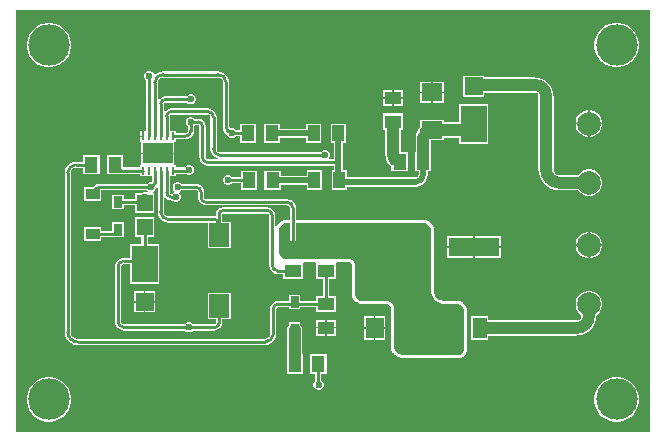
<source format=gtl>
G04*
G04 #@! TF.GenerationSoftware,Altium Limited,Altium Designer,24.2.2 (26)*
G04*
G04 Layer_Physical_Order=1*
G04 Layer_Color=255*
%FSLAX44Y44*%
%MOMM*%
G71*
G04*
G04 #@! TF.SameCoordinates,967F0760-92D6-49E7-A335-9EBDF73BCE5C*
G04*
G04*
G04 #@! TF.FilePolarity,Positive*
G04*
G01*
G75*
%ADD13C,0.2540*%
%ADD17R,1.1901X1.7280*%
%ADD18R,1.0000X1.3995*%
%ADD19R,2.2000X3.1001*%
%ADD20R,1.5240X1.5200*%
%ADD21R,4.3000X1.6000*%
%ADD22R,0.7500X1.0000*%
%ADD23R,1.7000X2.0000*%
%ADD24R,1.1500X0.9500*%
%ADD25R,0.2540X0.7010*%
%ADD26R,2.5000X1.6993*%
%ADD45C,1.0160*%
%ADD46C,0.5080*%
%ADD47R,1.7280X1.4850*%
%ADD48R,1.4850X1.7280*%
%ADD49R,1.1325X1.3770*%
%ADD50R,1.3770X1.1325*%
%ADD51R,1.3500X1.4100*%
%ADD52C,2.0000*%
%ADD53C,0.6000*%
%ADD54C,3.5000*%
G36*
X538981Y2039D02*
X2039D01*
Y359403D01*
X538981D01*
Y2039D01*
D02*
G37*
%LPC*%
G36*
X512489Y348770D02*
X508791D01*
X505165Y348049D01*
X501749Y346634D01*
X498675Y344580D01*
X496060Y341965D01*
X494006Y338891D01*
X492591Y335475D01*
X491870Y331849D01*
Y328151D01*
X492591Y324525D01*
X494006Y321109D01*
X496060Y318035D01*
X498675Y315420D01*
X501749Y313366D01*
X505165Y311951D01*
X508791Y311230D01*
X512489D01*
X516115Y311951D01*
X519531Y313366D01*
X522605Y315420D01*
X525220Y318035D01*
X527274Y321109D01*
X528689Y324525D01*
X529410Y328151D01*
Y331849D01*
X528689Y335475D01*
X527274Y338891D01*
X525220Y341965D01*
X522605Y344580D01*
X519531Y346634D01*
X516115Y348049D01*
X512489Y348770D01*
D02*
G37*
G36*
X31849D02*
X28151D01*
X24525Y348049D01*
X21109Y346634D01*
X18035Y344580D01*
X15420Y341965D01*
X13366Y338891D01*
X11951Y335475D01*
X11230Y331849D01*
Y328151D01*
X11951Y324525D01*
X13366Y321109D01*
X15420Y318035D01*
X18035Y315420D01*
X21109Y313366D01*
X24525Y311951D01*
X28151Y311230D01*
X31849D01*
X35475Y311951D01*
X38891Y313366D01*
X41965Y315420D01*
X44580Y318035D01*
X46634Y321109D01*
X48049Y324525D01*
X48770Y328151D01*
Y331849D01*
X48049Y335475D01*
X46634Y338891D01*
X44580Y341965D01*
X41965Y344580D01*
X38891Y346634D01*
X35475Y348049D01*
X31849Y348770D01*
D02*
G37*
G36*
X364112Y298749D02*
X354837D01*
Y290689D01*
X364112D01*
Y298749D01*
D02*
G37*
G36*
X353567D02*
X344292D01*
Y290689D01*
X353567D01*
Y298749D01*
D02*
G37*
G36*
X329591Y292077D02*
X322071D01*
Y285779D01*
X329591D01*
Y292077D01*
D02*
G37*
G36*
X320801D02*
X313281D01*
Y285779D01*
X320801D01*
Y292077D01*
D02*
G37*
G36*
X364112Y289419D02*
X354837D01*
Y281359D01*
X364112D01*
Y289419D01*
D02*
G37*
G36*
X353567D02*
X344292D01*
Y281359D01*
X353567D01*
Y289419D01*
D02*
G37*
G36*
X329591Y284509D02*
X322071D01*
Y278211D01*
X329591D01*
Y284509D01*
D02*
G37*
G36*
X320801D02*
X313281D01*
Y278211D01*
X320801D01*
Y284509D01*
D02*
G37*
G36*
X488656Y274820D02*
X487807D01*
Y264185D01*
X498442D01*
Y265034D01*
X497674Y267901D01*
X496190Y270470D01*
X494092Y272569D01*
X491522Y274052D01*
X488656Y274820D01*
D02*
G37*
G36*
X486537D02*
X485688D01*
X482822Y274052D01*
X480252Y272569D01*
X478154Y270470D01*
X476670Y267901D01*
X475902Y265034D01*
Y264185D01*
X486537D01*
Y274820D01*
D02*
G37*
G36*
X260435Y263538D02*
X247895D01*
Y259155D01*
X225721D01*
Y263425D01*
X211855D01*
Y247115D01*
X225721D01*
Y251385D01*
X247895D01*
Y247002D01*
X260435D01*
Y263538D01*
D02*
G37*
G36*
X109039Y257505D02*
X107134D01*
Y253365D01*
X109039D01*
Y257505D01*
D02*
G37*
G36*
X498442Y262915D02*
X487807D01*
Y252280D01*
X488656D01*
X491522Y253048D01*
X494092Y254532D01*
X496190Y256630D01*
X497674Y259200D01*
X498442Y262067D01*
Y262915D01*
D02*
G37*
G36*
X486537D02*
X475902D01*
Y262067D01*
X476670Y259200D01*
X478154Y256630D01*
X480252Y254532D01*
X482822Y253048D01*
X485688Y252280D01*
X486537D01*
Y262915D01*
D02*
G37*
G36*
X115911Y307800D02*
X114213D01*
X112643Y307150D01*
X111442Y305949D01*
X110792Y304379D01*
Y302681D01*
X111442Y301111D01*
X112085Y300468D01*
Y257505D01*
X110309D01*
Y252730D01*
X109674D01*
Y252095D01*
X107134D01*
Y247955D01*
X108404D01*
Y238887D01*
X122174D01*
X135944D01*
Y247955D01*
X137214D01*
Y250140D01*
X145542D01*
Y250129D01*
X147399Y250373D01*
X149129Y251090D01*
X150614Y252230D01*
X151754Y253715D01*
X152471Y255445D01*
X152715Y257302D01*
X152704D01*
Y261707D01*
X153385Y262388D01*
X156662D01*
Y262368D01*
X157191Y262149D01*
X157410Y261620D01*
X157430D01*
Y234950D01*
X157421D01*
X157656Y233160D01*
X158348Y231491D01*
X159447Y230059D01*
X160879Y228960D01*
X162548Y228269D01*
X164338Y228033D01*
Y228042D01*
X271286D01*
Y223914D01*
X269574D01*
Y207378D01*
X282114D01*
Y210237D01*
X340614D01*
Y210225D01*
X343257Y210573D01*
X345721Y211593D01*
X347836Y213216D01*
X349459Y215331D01*
X350479Y217794D01*
X350827Y220438D01*
X350814D01*
Y223047D01*
X353862D01*
Y239357D01*
X353404D01*
Y249507D01*
X364112D01*
Y251728D01*
X377492D01*
Y246438D01*
X402032D01*
Y279979D01*
X377492D01*
Y264676D01*
X364112D01*
Y266897D01*
X344292D01*
Y260392D01*
X342303Y257800D01*
X340930Y254486D01*
X340476Y251032D01*
X340455Y250930D01*
Y239357D01*
X339997D01*
Y223047D01*
X343045D01*
Y220438D01*
X343039D01*
X342855Y219510D01*
X342329Y218723D01*
X341542Y218197D01*
X340614Y218012D01*
Y218007D01*
X282114D01*
Y223914D01*
X279056D01*
Y231140D01*
Y247002D01*
X281441D01*
Y263538D01*
X268901D01*
Y247002D01*
X271286D01*
Y233222D01*
X267726D01*
X267200Y234492D01*
X267272Y234563D01*
X267922Y236133D01*
Y237831D01*
X267272Y239401D01*
X266071Y240602D01*
X264501Y241252D01*
X262803D01*
X261233Y240602D01*
X260203Y239572D01*
X174244D01*
Y239607D01*
X173402Y239774D01*
X172687Y240252D01*
X172210Y240966D01*
X172043Y241808D01*
X172008D01*
Y269240D01*
X172019D01*
X171775Y271097D01*
X171058Y272827D01*
X169918Y274312D01*
X168433Y275452D01*
X166703Y276169D01*
X164846Y276413D01*
Y276402D01*
X133604D01*
Y276479D01*
X131080Y275977D01*
X128940Y274547D01*
X128574Y273999D01*
X127304Y274384D01*
Y280162D01*
X127298Y280190D01*
X127649Y281037D01*
X128496Y281388D01*
X128524Y281382D01*
X146665D01*
X147695Y280352D01*
X149265Y279702D01*
X150963D01*
X152533Y280352D01*
X153734Y281553D01*
X154384Y283123D01*
Y284821D01*
X153734Y286391D01*
X152533Y287592D01*
X150963Y288242D01*
X149265D01*
X147695Y287592D01*
X146665Y286562D01*
X128524D01*
Y286636D01*
X126046Y286144D01*
X123946Y284740D01*
X123534Y284123D01*
X122264Y284509D01*
Y298236D01*
X122262Y298246D01*
X122582Y299856D01*
X123499Y301229D01*
X124872Y302146D01*
X126482Y302466D01*
X126492Y302464D01*
X173482D01*
Y302464D01*
X175018Y302159D01*
X176320Y301288D01*
X177191Y299986D01*
X177496Y298450D01*
X177496D01*
Y260350D01*
X177480D01*
X177742Y258361D01*
X178510Y256507D01*
X179731Y254915D01*
X181138Y253836D01*
X181546Y252851D01*
X182747Y251650D01*
X184317Y251000D01*
X186015D01*
X187585Y251650D01*
X188615Y252680D01*
X191855D01*
Y247115D01*
X205721D01*
Y263425D01*
X191855D01*
Y257860D01*
X188615D01*
X187585Y258890D01*
X186015Y259540D01*
X184317D01*
X184097Y259449D01*
X182725Y260255D01*
X182706Y260350D01*
X182676D01*
Y298450D01*
X182705D01*
X182391Y300837D01*
X181469Y303061D01*
X180004Y304972D01*
X178093Y306437D01*
X175869Y307359D01*
X173482Y307673D01*
Y307644D01*
X126492D01*
Y307675D01*
X124049Y307353D01*
X121773Y306410D01*
X120325Y305300D01*
X118967Y305542D01*
X118798Y305668D01*
X118682Y305949D01*
X117481Y307150D01*
X115911Y307800D01*
D02*
G37*
G36*
X135944Y237617D02*
X122174D01*
X108404D01*
Y228549D01*
X107134D01*
Y226364D01*
X92879D01*
Y236755D01*
X79013D01*
Y220445D01*
X92879D01*
Y221184D01*
X107134D01*
Y218999D01*
X117084D01*
Y214074D01*
X115737D01*
X114167Y213424D01*
X113137Y212394D01*
X73246D01*
Y212419D01*
X70967Y212119D01*
X68843Y211240D01*
X67020Y209840D01*
X66861Y209634D01*
X60036D01*
Y197594D01*
X74076D01*
Y207214D01*
X113137D01*
X114167Y206184D01*
X113636Y205056D01*
X112101Y205692D01*
X110403D01*
X108833Y205042D01*
X108199Y204408D01*
X102978D01*
Y199736D01*
X93666D01*
Y203416D01*
X83626D01*
Y190876D01*
X93666D01*
Y194556D01*
X102978D01*
Y187768D01*
X119018D01*
Y204408D01*
X118036D01*
X117783Y205678D01*
X119005Y206184D01*
X120206Y207385D01*
X120856Y208955D01*
X121557Y208896D01*
X122083Y208703D01*
Y188763D01*
X122056D01*
X122363Y186432D01*
X123263Y184259D01*
X124694Y182393D01*
X126560Y180962D01*
X128733Y180062D01*
X131064Y179755D01*
Y179782D01*
X164474D01*
Y157922D01*
X184014D01*
Y180462D01*
X176580D01*
Y186690D01*
X176605D01*
X176806Y187176D01*
X177292Y187377D01*
Y187402D01*
X214884D01*
Y187357D01*
X215528Y187229D01*
X216074Y186864D01*
X216439Y186318D01*
X216567Y185674D01*
X216612D01*
Y143256D01*
X216603D01*
X216838Y141470D01*
X217528Y139805D01*
X218624Y138376D01*
X220054Y137279D01*
X221718Y136589D01*
X223505Y136354D01*
Y136363D01*
X228533D01*
Y132021D01*
X244843D01*
Y145886D01*
X245855Y146508D01*
X255460D01*
X256473Y145886D01*
X256473Y145238D01*
Y132021D01*
X262038D01*
Y117626D01*
X256473D01*
Y113283D01*
X242978D01*
Y118689D01*
X232938D01*
Y113334D01*
X224282D01*
Y113343D01*
X222492Y113108D01*
X220823Y112416D01*
X219391Y111317D01*
X218291Y109885D01*
X217600Y108216D01*
X217365Y106426D01*
X217374D01*
Y85344D01*
X217374D01*
X217069Y83808D01*
X216198Y82506D01*
X214896Y81635D01*
X213360Y81330D01*
Y81330D01*
X54356D01*
X54269Y81312D01*
X52126Y81739D01*
X50236Y83002D01*
X48973Y84892D01*
X48546Y87035D01*
X48564Y87122D01*
Y221742D01*
X48561Y221754D01*
X48884Y223377D01*
X49810Y224764D01*
X51197Y225690D01*
X52820Y226013D01*
X52832Y226010D01*
X59013D01*
Y220445D01*
X72879D01*
Y236755D01*
X59013D01*
Y231190D01*
X52832D01*
Y231221D01*
X50379Y230898D01*
X48092Y229951D01*
X46129Y228445D01*
X44623Y226481D01*
X43676Y224195D01*
X43353Y221742D01*
X43384D01*
Y87122D01*
X43340D01*
X43715Y84271D01*
X44816Y81614D01*
X46566Y79332D01*
X48848Y77582D01*
X51505Y76481D01*
X54356Y76106D01*
Y76150D01*
X213360D01*
Y76121D01*
X215747Y76435D01*
X217971Y77357D01*
X219882Y78822D01*
X221347Y80733D01*
X222269Y82957D01*
X222583Y85344D01*
X222554D01*
Y106426D01*
X222599D01*
X222727Y107070D01*
X223092Y107616D01*
X223638Y107981D01*
X224282Y108109D01*
Y108154D01*
X232938D01*
Y106149D01*
X242978D01*
Y108103D01*
X256473D01*
Y103760D01*
X272783D01*
Y117626D01*
X267218D01*
Y132021D01*
X272783D01*
Y145238D01*
X272783Y145886D01*
X273795Y146508D01*
X283845D01*
X284327Y146461D01*
X285327Y146046D01*
X286000Y145373D01*
X286415Y144373D01*
X286462Y143891D01*
Y118625D01*
X286659Y117634D01*
X287626Y115300D01*
X288188Y114460D01*
X289974Y112674D01*
X290814Y112112D01*
X293148Y111145D01*
X294139Y110948D01*
X315595Y110948D01*
X316325Y110876D01*
X317783Y110273D01*
X318807Y109249D01*
X319410Y107791D01*
X319482Y107061D01*
Y75438D01*
X319482Y74688D01*
X319532Y74437D01*
X319532Y74182D01*
X319825Y72710D01*
X319922Y72474D01*
X319972Y72224D01*
X320546Y70837D01*
X320688Y70625D01*
X320786Y70390D01*
X321620Y69142D01*
X321800Y68961D01*
X321942Y68749D01*
X323003Y67688D01*
X323215Y67546D01*
X323396Y67366D01*
X324644Y66532D01*
X324879Y66434D01*
X325092Y66292D01*
X326478Y65718D01*
X326729Y65668D01*
X326964Y65571D01*
X328436Y65278D01*
X328691Y65278D01*
X328942Y65228D01*
X329692Y65228D01*
X376682D01*
X377692Y65228D01*
X378684Y65425D01*
X380551Y66199D01*
X381391Y66760D01*
X382820Y68189D01*
X383381Y69029D01*
X383381Y69029D01*
X384155Y70896D01*
X384155Y70897D01*
X384352Y71887D01*
X384352Y72898D01*
X384352Y72898D01*
Y100838D01*
X384352Y104648D01*
X384352Y105911D01*
X384263Y106359D01*
X384155Y106902D01*
X384155Y106902D01*
X383188Y109236D01*
X382626Y110076D01*
X380840Y111863D01*
X380526Y112072D01*
X380000Y112424D01*
X380000Y112424D01*
X377666Y113390D01*
X377666Y113390D01*
X376675Y113587D01*
X375412Y113587D01*
X375412Y113587D01*
X364045Y113588D01*
X363304Y113624D01*
X361788Y113926D01*
X360419Y114493D01*
X359188Y115316D01*
X358140Y116363D01*
X357317Y117595D01*
X356750Y118964D01*
X356448Y120480D01*
X356412Y121222D01*
X356412Y171958D01*
X356412Y172708D01*
X356362Y172959D01*
X356362Y173214D01*
X356069Y174686D01*
X355972Y174922D01*
X355922Y175172D01*
X355347Y176558D01*
X355206Y176771D01*
X355108Y177006D01*
X354274Y178254D01*
X354094Y178435D01*
X353952Y178647D01*
X352891Y179708D01*
X352678Y179850D01*
X352498Y180030D01*
X351250Y180864D01*
X351014Y180962D01*
X350802Y181103D01*
X349415Y181678D01*
X349165Y181727D01*
X348929Y181825D01*
X347890Y182032D01*
X347728Y182032D01*
X347573Y182075D01*
X346397Y182160D01*
X346302Y182149D01*
X346209Y182167D01*
X346204D01*
X346201Y182168D01*
X239277Y182168D01*
Y192064D01*
X239291D01*
X239039Y193977D01*
X238301Y195759D01*
X237127Y197289D01*
X235597Y198463D01*
X233814Y199202D01*
X231902Y199453D01*
Y199440D01*
X163068D01*
Y199485D01*
X162424Y199613D01*
X161878Y199978D01*
X161513Y200524D01*
X161385Y201168D01*
X161340D01*
Y205486D01*
X161349D01*
X161113Y207276D01*
X160422Y208945D01*
X159323Y210377D01*
X157891Y211476D01*
X156222Y212167D01*
X154432Y212403D01*
Y212394D01*
X142387D01*
X141357Y213424D01*
X139787Y214074D01*
X138089D01*
X136519Y213424D01*
X135318Y212223D01*
X134668Y210653D01*
Y208955D01*
X135318Y207385D01*
X135908Y206795D01*
X135611Y205297D01*
X134995Y205042D01*
X133965Y204012D01*
X133604D01*
X133560Y204003D01*
X132638Y204385D01*
X132256Y205308D01*
X132264Y205351D01*
Y218999D01*
X137214D01*
Y221184D01*
X145903D01*
X146425Y220662D01*
X147995Y220012D01*
X149693D01*
X151263Y220662D01*
X152464Y221863D01*
X153114Y223433D01*
Y225131D01*
X152464Y226701D01*
X151263Y227902D01*
X149693Y228552D01*
X147995D01*
X146425Y227902D01*
X145224Y226701D01*
X145084Y226364D01*
X137214D01*
Y228549D01*
X135944D01*
Y237617D01*
D02*
G37*
G36*
X329591Y272077D02*
X313281D01*
Y258211D01*
X314961D01*
Y236696D01*
X315027Y236366D01*
X315391Y233604D01*
X316584Y230723D01*
X318482Y228249D01*
X319997Y227087D01*
Y223047D01*
X333862D01*
Y239357D01*
X327910D01*
Y258211D01*
X329591D01*
Y272077D01*
D02*
G37*
G36*
X261108Y223914D02*
X248568D01*
Y219531D01*
X226394D01*
Y223801D01*
X212528D01*
Y207491D01*
X226394D01*
Y211761D01*
X248568D01*
Y207378D01*
X261108D01*
Y223914D01*
D02*
G37*
G36*
X206394Y223801D02*
X192528D01*
Y218236D01*
X185313D01*
X184283Y219266D01*
X182713Y219916D01*
X181015D01*
X179445Y219266D01*
X178244Y218065D01*
X177594Y216495D01*
Y214797D01*
X178244Y213227D01*
X179445Y212026D01*
X181015Y211376D01*
X182713D01*
X184283Y212026D01*
X185313Y213056D01*
X192528D01*
Y207491D01*
X206394D01*
Y223801D01*
D02*
G37*
G36*
X398652Y304077D02*
X380872D01*
Y286338D01*
X398652D01*
Y289690D01*
X441960D01*
X442072Y289712D01*
X442901Y289547D01*
X443700Y289014D01*
X444233Y288216D01*
X444398Y287386D01*
X444376Y287274D01*
Y225044D01*
X444450Y224669D01*
X444759Y221529D01*
X445785Y218148D01*
X447450Y215033D01*
X449691Y212302D01*
X452421Y210062D01*
X455537Y208396D01*
X458917Y207371D01*
X462057Y207062D01*
X462432Y206987D01*
X477896D01*
X478154Y206542D01*
X480252Y204443D01*
X482822Y202960D01*
X485688Y202192D01*
X488656D01*
X491522Y202960D01*
X494092Y204443D01*
X496190Y206542D01*
X497674Y209111D01*
X498442Y211978D01*
Y214945D01*
X497674Y217812D01*
X496190Y220382D01*
X494092Y222480D01*
X491522Y223964D01*
X488656Y224732D01*
X485688D01*
X482822Y223964D01*
X480252Y222480D01*
X478154Y220382D01*
X477896Y219936D01*
X462432D01*
X462188Y219887D01*
X460440Y220235D01*
X458752Y221363D01*
X457623Y223052D01*
X457276Y224799D01*
X457324Y225044D01*
Y287274D01*
X457224Y287779D01*
X456979Y290262D01*
X456108Y293134D01*
X454693Y295782D01*
X452789Y298102D01*
X450468Y300007D01*
X447820Y301422D01*
X444948Y302293D01*
X442465Y302538D01*
X441960Y302638D01*
X398652D01*
Y304077D01*
D02*
G37*
G36*
X93666Y179964D02*
X83626D01*
Y172356D01*
X74076D01*
Y175786D01*
X60036D01*
Y163746D01*
X74076D01*
Y167176D01*
X84718D01*
Y167099D01*
X86351Y167424D01*
X93666D01*
Y179964D01*
D02*
G37*
G36*
X488656Y172052D02*
X487807D01*
Y161417D01*
X498442D01*
Y162266D01*
X497674Y165132D01*
X496190Y167702D01*
X494092Y169800D01*
X491522Y171284D01*
X488656Y172052D01*
D02*
G37*
G36*
X486537D02*
X485688D01*
X482822Y171284D01*
X480252Y169800D01*
X478154Y167702D01*
X476670Y165132D01*
X475902Y162266D01*
Y161417D01*
X486537D01*
Y172052D01*
D02*
G37*
G36*
X412568Y168383D02*
X390433D01*
Y159748D01*
X412568D01*
Y168383D01*
D02*
G37*
G36*
X389163D02*
X367028D01*
Y159748D01*
X389163D01*
Y168383D01*
D02*
G37*
G36*
X412568Y158478D02*
X390433D01*
Y149843D01*
X412568D01*
Y158478D01*
D02*
G37*
G36*
X389163D02*
X367028D01*
Y149843D01*
X389163D01*
Y158478D01*
D02*
G37*
G36*
X119018Y184408D02*
X102978D01*
Y167768D01*
X108408D01*
Y161294D01*
X98728D01*
Y149656D01*
X93472D01*
Y149672D01*
X91483Y149410D01*
X89629Y148642D01*
X88037Y147421D01*
X86816Y145829D01*
X86048Y143975D01*
X85786Y141986D01*
X85802D01*
Y96520D01*
X85782D01*
X86061Y94398D01*
X86880Y92421D01*
X88183Y90723D01*
X89881Y89420D01*
X91858Y88601D01*
X93980Y88322D01*
Y88342D01*
X145395D01*
X146425Y87312D01*
X147995Y86662D01*
X149693D01*
X151263Y87312D01*
X152293Y88342D01*
X170180D01*
Y88335D01*
X171904Y88562D01*
X173510Y89227D01*
X174890Y90286D01*
X175949Y91665D01*
X176614Y93272D01*
X176841Y94996D01*
X176834D01*
Y97922D01*
X184014D01*
Y120462D01*
X164474D01*
Y97922D01*
X171654D01*
Y94996D01*
X171667Y94934D01*
X171249Y93927D01*
X170242Y93510D01*
X170180Y93522D01*
X152293D01*
X151263Y94552D01*
X149693Y95202D01*
X147995D01*
X146425Y94552D01*
X145395Y93522D01*
X93980D01*
Y93542D01*
X92840Y93769D01*
X91874Y94414D01*
X91229Y95380D01*
X91002Y96520D01*
X90982D01*
Y141986D01*
X91012D01*
X91199Y142928D01*
X91732Y143726D01*
X92530Y144259D01*
X93472Y144446D01*
Y144476D01*
X98728D01*
Y127753D01*
X123268D01*
Y161294D01*
X113588D01*
Y167768D01*
X119018D01*
Y184408D01*
D02*
G37*
G36*
X498442Y160147D02*
X487807D01*
Y149512D01*
X488656D01*
X491522Y150280D01*
X494092Y151764D01*
X496190Y153862D01*
X497674Y156432D01*
X498442Y159298D01*
Y160147D01*
D02*
G37*
G36*
X486537D02*
X475902D01*
Y159298D01*
X476670Y156432D01*
X478154Y153862D01*
X480252Y151764D01*
X482822Y150280D01*
X485688Y149512D01*
X486537D01*
Y160147D01*
D02*
G37*
G36*
X119888Y121395D02*
X111633D01*
Y113160D01*
X119888D01*
Y121395D01*
D02*
G37*
G36*
X110363D02*
X102108D01*
Y113160D01*
X110363D01*
Y121395D01*
D02*
G37*
G36*
X119888Y111889D02*
X111633D01*
Y103655D01*
X119888D01*
Y111889D01*
D02*
G37*
G36*
X110363D02*
X102108D01*
Y103655D01*
X110363D01*
Y111889D01*
D02*
G37*
G36*
X488656Y121963D02*
X485688D01*
X482822Y121195D01*
X480252Y119711D01*
X478154Y117613D01*
X476670Y115043D01*
X475902Y112177D01*
Y109209D01*
X476670Y106343D01*
X478154Y103773D01*
X480252Y101675D01*
X480698Y101418D01*
Y100693D01*
X480732Y100518D01*
X480481Y99256D01*
X479667Y98038D01*
X478449Y97224D01*
X477187Y96973D01*
X477012Y97008D01*
X401868D01*
Y100443D01*
X387427D01*
Y80623D01*
X401868D01*
Y84059D01*
X477012D01*
X477455Y84147D01*
X480248Y84422D01*
X483361Y85366D01*
X486229Y86899D01*
X488743Y88962D01*
X490806Y91476D01*
X492339Y94345D01*
X493283Y97457D01*
X493558Y100250D01*
X493646Y100693D01*
Y101418D01*
X494092Y101675D01*
X496190Y103773D01*
X497674Y106343D01*
X498442Y109209D01*
Y112177D01*
X497674Y115043D01*
X496190Y117613D01*
X494092Y119711D01*
X491522Y121195D01*
X488656Y121963D01*
D02*
G37*
G36*
X272783Y97626D02*
X265263D01*
Y91328D01*
X272783D01*
Y97626D01*
D02*
G37*
G36*
X263993D02*
X256473D01*
Y91328D01*
X263993D01*
Y97626D01*
D02*
G37*
G36*
X314547Y100443D02*
X306487D01*
Y91168D01*
X314547D01*
Y100443D01*
D02*
G37*
G36*
X305217D02*
X297157D01*
Y91168D01*
X305217D01*
Y100443D01*
D02*
G37*
G36*
X272783Y90058D02*
X265263D01*
Y83761D01*
X272783D01*
Y90058D01*
D02*
G37*
G36*
X263993D02*
X256473D01*
Y83761D01*
X263993D01*
Y90058D01*
D02*
G37*
G36*
X314547Y89898D02*
X306487D01*
Y80623D01*
X314547D01*
Y89898D01*
D02*
G37*
G36*
X305217D02*
X297157D01*
Y80623D01*
X305217D01*
Y89898D01*
D02*
G37*
G36*
X237958Y95442D02*
X236930Y95237D01*
X232938D01*
Y92884D01*
X231976Y91445D01*
X231483Y88967D01*
Y68208D01*
X231185D01*
Y51898D01*
X245050D01*
Y68208D01*
X244432D01*
Y88967D01*
X243939Y91445D01*
X242978Y92884D01*
Y95237D01*
X238985D01*
X237958Y95442D01*
D02*
G37*
G36*
X265050Y68208D02*
X251185D01*
Y51898D01*
X255528D01*
Y45562D01*
X254658Y44692D01*
X254008Y43123D01*
Y41424D01*
X254658Y39855D01*
X255859Y38653D01*
X257428Y38003D01*
X259127D01*
X260697Y38653D01*
X261898Y39855D01*
X262548Y41424D01*
Y43123D01*
X261898Y44692D01*
X260707Y45882D01*
Y51898D01*
X265050D01*
Y68208D01*
D02*
G37*
G36*
X512489Y48770D02*
X508791D01*
X505165Y48049D01*
X501749Y46634D01*
X498675Y44580D01*
X496060Y41965D01*
X494006Y38891D01*
X492591Y35475D01*
X491870Y31849D01*
Y28151D01*
X492591Y24525D01*
X494006Y21109D01*
X496060Y18035D01*
X498675Y15420D01*
X501749Y13366D01*
X505165Y11951D01*
X508791Y11230D01*
X512489D01*
X516115Y11951D01*
X519531Y13366D01*
X522605Y15420D01*
X525220Y18035D01*
X527274Y21109D01*
X528689Y24525D01*
X529410Y28151D01*
Y31849D01*
X528689Y35475D01*
X527274Y38891D01*
X525220Y41965D01*
X522605Y44580D01*
X519531Y46634D01*
X516115Y48049D01*
X512489Y48770D01*
D02*
G37*
G36*
X31849D02*
X28151D01*
X24525Y48049D01*
X21109Y46634D01*
X18035Y44580D01*
X15420Y41965D01*
X13366Y38891D01*
X11951Y35475D01*
X11230Y31849D01*
Y28151D01*
X11951Y24525D01*
X13366Y21109D01*
X15420Y18035D01*
X18035Y15420D01*
X21109Y13366D01*
X24525Y11951D01*
X28151Y11230D01*
X31849D01*
X35475Y11951D01*
X38891Y13366D01*
X41965Y15420D01*
X44580Y18035D01*
X46634Y21109D01*
X48049Y24525D01*
X48770Y28151D01*
Y31849D01*
X48049Y35475D01*
X46634Y38891D01*
X44580Y41965D01*
X41965Y44580D01*
X38891Y46634D01*
X35475Y48049D01*
X31849Y48770D01*
D02*
G37*
%LPD*%
G36*
X133604Y271222D02*
X164846D01*
Y271182D01*
X165589Y271035D01*
X166219Y270613D01*
X166640Y269983D01*
X166788Y269240D01*
X166828D01*
Y241808D01*
X166814D01*
X167068Y239885D01*
X167810Y238093D01*
X168990Y236555D01*
X170529Y235374D01*
X172321Y234632D01*
X173383Y234492D01*
X173300Y233222D01*
X164338D01*
Y233267D01*
X163694Y233395D01*
X163148Y233760D01*
X162783Y234306D01*
X162655Y234950D01*
X162610D01*
Y261620D01*
X162675D01*
X162218Y263921D01*
X160914Y265872D01*
X158963Y267176D01*
X156662Y267633D01*
Y267568D01*
X153385D01*
X152355Y268598D01*
X150786Y269248D01*
X149087D01*
X147518Y268598D01*
X146317Y267397D01*
X145667Y265827D01*
Y264129D01*
X146317Y262559D01*
X147518Y261358D01*
X147524Y261355D01*
Y257302D01*
X147484D01*
X147337Y256559D01*
X146915Y255929D01*
X146285Y255508D01*
X145542Y255360D01*
Y255320D01*
X137214D01*
Y257505D01*
X132264D01*
Y269883D01*
X132256Y269926D01*
X132638Y270849D01*
X133560Y271231D01*
X133604Y271222D01*
D02*
G37*
G36*
X154432Y207169D02*
X155076Y207041D01*
X155622Y206676D01*
X155987Y206130D01*
X156115Y205486D01*
X156160D01*
Y201168D01*
X156151D01*
X156386Y199378D01*
X157078Y197709D01*
X158177Y196277D01*
X159609Y195177D01*
X161278Y194487D01*
X163068Y194251D01*
Y194260D01*
X231902D01*
Y194224D01*
X232729Y194060D01*
X233430Y193592D01*
X233898Y192891D01*
X234062Y192064D01*
X234098D01*
Y182168D01*
X231648D01*
X230973Y182168D01*
X230722Y182118D01*
X230467D01*
X229142Y181854D01*
X228907Y181757D01*
X228657Y181707D01*
X227408Y181190D01*
X227196Y181048D01*
X226961Y180951D01*
X225837Y180200D01*
X225657Y180020D01*
X225445Y179878D01*
X224490Y178923D01*
X224348Y178711D01*
X224167Y178531D01*
X223417Y177407D01*
X223319Y177171D01*
X223178Y176959D01*
X223062Y176679D01*
X221792Y176932D01*
Y185674D01*
X221801D01*
X221565Y187464D01*
X220875Y189133D01*
X219775Y190565D01*
X218343Y191665D01*
X216674Y192355D01*
X214884Y192591D01*
Y192582D01*
X177292D01*
Y192647D01*
X175013Y192193D01*
X173080Y190902D01*
X171789Y188969D01*
X171336Y186690D01*
X171336D01*
X171067Y185531D01*
X170434Y185012D01*
X169247Y184962D01*
X131064D01*
Y184966D01*
X129611Y185255D01*
X128379Y186078D01*
X127556Y187310D01*
X127267Y188763D01*
X127263D01*
Y200911D01*
X128533Y201296D01*
X128940Y200687D01*
X131080Y199257D01*
X133604Y198755D01*
Y198755D01*
X134630Y198167D01*
X134995Y197802D01*
X136565Y197152D01*
X138263D01*
X139833Y197802D01*
X141034Y199003D01*
X141684Y200573D01*
Y202271D01*
X141034Y203841D01*
X140443Y204431D01*
X140742Y205929D01*
X141357Y206184D01*
X142387Y207214D01*
X154432D01*
Y207169D01*
D02*
G37*
G36*
X346202Y179578D02*
X346202Y179578D01*
X346209D01*
X347385Y179492D01*
X348424Y179285D01*
X349811Y178711D01*
X351059Y177877D01*
X352121Y176815D01*
X352955Y175567D01*
X353529Y174181D01*
X353822Y172708D01*
X353822Y171958D01*
X353822Y121158D01*
X353871Y120162D01*
X354259Y118209D01*
X355022Y116369D01*
X356128Y114712D01*
X357537Y113304D01*
X359193Y112198D01*
X361033Y111435D01*
X362986Y111047D01*
X363982Y110998D01*
X375412Y110997D01*
X375412Y110997D01*
X375412Y110997D01*
X376675Y110998D01*
X379009Y110031D01*
X380795Y108245D01*
X381762Y105911D01*
X381762Y104648D01*
X381762Y100838D01*
Y72898D01*
X381762Y72898D01*
X381762Y71887D01*
X380989Y70020D01*
X379560Y68591D01*
X377692Y67818D01*
X376682Y67818D01*
X329692D01*
X328941Y67818D01*
X327469Y68111D01*
X326082Y68685D01*
X324834Y69519D01*
X323773Y70580D01*
X322939Y71828D01*
X322365Y73215D01*
X322072Y74688D01*
X322072Y75438D01*
Y107188D01*
X322072D01*
X322072Y107188D01*
X321950Y108427D01*
X321002Y110716D01*
X319250Y112468D01*
X316961Y113416D01*
X315722Y113538D01*
X294139Y113538D01*
X291805Y114505D01*
X290019Y116291D01*
X289052Y118625D01*
Y144018D01*
X288954Y145009D01*
X288196Y146840D01*
X286794Y148242D01*
X284963Y149000D01*
X283972Y149098D01*
X231140D01*
X229877Y149098D01*
X227543Y150065D01*
X225757Y151851D01*
X224790Y154185D01*
X224790Y155448D01*
X224790Y172720D01*
X224790Y172720D01*
X224790Y172720D01*
X224891Y173903D01*
X225053Y174720D01*
X225570Y175968D01*
X226321Y177092D01*
X227276Y178047D01*
X228399Y178797D01*
X229648Y179314D01*
X230972Y179578D01*
X231648Y179578D01*
X234098D01*
Y158953D01*
X234295Y157962D01*
X234856Y157122D01*
X235697Y156561D01*
X236688Y156363D01*
X237679Y156561D01*
X238519Y157122D01*
X239080Y157962D01*
X239277Y158953D01*
Y179578D01*
X346201Y179578D01*
X346202Y179578D01*
D02*
G37*
D13*
X45974Y87122D02*
G03*
X54356Y78740I8382J0D01*
G01*
X213360D02*
G03*
X219964Y85344I0J6604D01*
G01*
X52832Y228600D02*
G03*
X45974Y221742I0J-6858D01*
G01*
X116586Y209804D02*
G03*
X119674Y212892I0J3088D01*
G01*
X73246Y209804D02*
G03*
X67056Y203614I0J-6190D01*
G01*
X85946Y228600D02*
G03*
X90772Y223774I4826J0D01*
G01*
X224282Y110744D02*
G03*
X219964Y106426I0J-4318D01*
G01*
X170180Y90932D02*
G03*
X174244Y94996I0J4064D01*
G01*
X110998Y144523D02*
G03*
X108455Y147066I-2542J0D01*
G01*
X93472D02*
G03*
X88392Y141986I0J-5080D01*
G01*
Y96520D02*
G03*
X93980Y90932I5588J0D01*
G01*
X84718Y169766D02*
G03*
X88646Y173694I0J3928D01*
G01*
X110998Y196088D02*
G03*
X109940Y197146I-1058J0D01*
G01*
X274663Y230632D02*
G03*
X275171Y231140I0J508D01*
G01*
X160020Y234950D02*
G03*
X164338Y230632I4318J0D01*
G01*
X160020Y261620D02*
G03*
X156662Y264978I-3358J0D01*
G01*
X169418Y241808D02*
G03*
X174244Y236982I4826J0D01*
G01*
X169418Y269240D02*
G03*
X164846Y273812I-4572J0D01*
G01*
X133604D02*
G03*
X129675Y269883I0J-3929D01*
G01*
X158750Y205486D02*
G03*
X154432Y209804I-4318J0D01*
G01*
X158750Y201168D02*
G03*
X163068Y196850I4318J0D01*
G01*
X236688Y192064D02*
G03*
X231902Y196850I-4786J0D01*
G01*
X124673Y188763D02*
G03*
X131064Y182372I6391J0D01*
G01*
X172974Y179832D02*
G03*
X170434Y182372I-2540J0D01*
G01*
X173990Y169446D02*
G03*
X174244Y169192I254J0D01*
G01*
X172974Y170462D02*
G03*
X174244Y169192I1270J0D01*
G01*
X177292Y189992D02*
G03*
X173990Y186690I0J-3302D01*
G01*
X219202Y185674D02*
G03*
X214884Y189992I-4318J0D01*
G01*
X219202Y143256D02*
G03*
X223505Y138953I4303J0D01*
G01*
X180086Y260350D02*
G03*
X185166Y255270I5080J0D01*
G01*
X115062Y303530D02*
G03*
X114675Y302194I2153J-1348D01*
G01*
X126492Y305054D02*
G03*
X119674Y298236I0J-6818D01*
G01*
X180086Y298450D02*
G03*
X173482Y305054I-6604J0D01*
G01*
X129675Y205351D02*
G03*
X133604Y201422I3929J0D01*
G01*
X148336Y223774D02*
G03*
X148844Y224282I0J508D01*
G01*
X128524Y283972D02*
G03*
X124714Y280162I0J-3810D01*
G01*
X145542Y252730D02*
G03*
X150114Y257302I0J4572D01*
G01*
X54356Y78740D02*
X213360D01*
X219964Y85344D02*
Y106426D01*
X45974Y87122D02*
Y221742D01*
X52832Y228600D02*
X65946D01*
X73246Y209804D02*
X116586D01*
X138938D02*
X154432D01*
X119674Y212892D02*
Y223774D01*
X90772D02*
X109674D01*
X224282Y110744D02*
X239684D01*
Y110693D02*
Y110744D01*
X93980Y90932D02*
X148844D01*
X170180D01*
X174244Y94996D02*
Y109192D01*
X110998Y144523D02*
Y176088D01*
X93472Y147066D02*
X108455D01*
X88392Y96520D02*
Y141986D01*
X67056Y169766D02*
X84718D01*
X110998Y196088D02*
X111252Y196342D01*
X88646Y197146D02*
X109940D01*
X111252Y196342D02*
Y201422D01*
X164338Y230632D02*
X274663D01*
X160020Y234950D02*
Y261620D01*
X149937Y264922D02*
X150114D01*
X149937Y264978D02*
X156662D01*
X174244Y236982D02*
X263652D01*
X169418Y241808D02*
Y269240D01*
X133604Y273812D02*
X164846D01*
X129675Y252730D02*
Y269883D01*
X163068Y196850D02*
X231902D01*
X158750Y201168D02*
Y205486D01*
X236688Y158953D02*
Y192064D01*
X124673Y188763D02*
Y223774D01*
X173990Y169446D02*
Y186690D01*
X239684Y110693D02*
X264628D01*
X172974Y170462D02*
Y179832D01*
X177292Y189992D02*
X214884D01*
X219202Y143256D02*
Y185674D01*
X223505Y138953D02*
X236688D01*
X264628Y110693D02*
Y138953D01*
X185166Y255270D02*
X198788D01*
X258118Y42273D02*
Y60053D01*
X114675Y252730D02*
Y302194D01*
X115062Y303530D02*
X115062Y303530D01*
X181864Y215646D02*
X199461D01*
X119674Y252730D02*
Y298236D01*
X126492Y305054D02*
X173482D01*
X180086Y260350D02*
Y298450D01*
X133604Y201422D02*
X137414D01*
X129675Y205351D02*
Y223774D01*
X134674D02*
X148336D01*
X131064Y182372D02*
X170434D01*
X124714Y252730D02*
Y280162D01*
X128524Y283972D02*
X150114D01*
X134674Y252730D02*
X145542D01*
X124673D02*
X124714D01*
X149937Y264922D02*
Y264978D01*
X150114Y257302D02*
Y264922D01*
X258118Y42273D02*
X258278D01*
D17*
X394648Y90533D02*
D03*
X365748D02*
D03*
D18*
X275171Y255270D02*
D03*
X254165D02*
D03*
X254838Y215646D02*
D03*
X275844D02*
D03*
D19*
X389762Y263209D02*
D03*
X110998Y144523D02*
D03*
D20*
X389762Y295207D02*
D03*
X110998Y112524D02*
D03*
D21*
X322338Y159113D02*
D03*
X389798D02*
D03*
D22*
X237958Y88967D02*
D03*
Y112419D02*
D03*
X88646Y173694D02*
D03*
Y197146D02*
D03*
D23*
X174244Y109192D02*
D03*
Y169192D02*
D03*
D24*
X67056Y203614D02*
D03*
Y169766D02*
D03*
D25*
X134674Y252730D02*
D03*
X129675D02*
D03*
X124673D02*
D03*
X119674D02*
D03*
X114675D02*
D03*
X109674D02*
D03*
Y223774D02*
D03*
X114675D02*
D03*
X119674D02*
D03*
X124673D02*
D03*
X129675D02*
D03*
X134674D02*
D03*
D26*
X122174Y238252D02*
D03*
D45*
X477012Y90533D02*
G03*
X487172Y100693I0J10160D01*
G01*
X321436Y236696D02*
G03*
X326930Y231202I5494J0D01*
G01*
X354202Y258202D02*
G03*
X346930Y250930I0J-7272D01*
G01*
X390718Y296164D02*
G03*
X389762Y295207I0J-957D01*
G01*
X450850Y287274D02*
G03*
X441960Y296164I-8890J0D01*
G01*
X450850Y225044D02*
G03*
X462432Y213462I11582J0D01*
G01*
X487172Y100693D02*
Y110693D01*
X394648Y90533D02*
X477012D01*
X321436Y236696D02*
Y265144D01*
X346930Y231202D02*
Y250930D01*
X354202Y258202D02*
X384755D01*
X390718Y296164D02*
X441960D01*
X450850Y225044D02*
Y287274D01*
X462432Y213462D02*
X487172D01*
X237958Y60053D02*
Y88967D01*
Y60053D02*
X238118D01*
D46*
X275171Y216319D02*
G03*
X275844Y215646I673J0D01*
G01*
D02*
G03*
X277368Y214122I1524J0D01*
G01*
X340614D02*
G03*
X346930Y220438I0J6316D01*
G01*
X275171Y231140D02*
Y255270D01*
Y216319D02*
Y231140D01*
X219461Y215646D02*
X254838D01*
X218788Y255270D02*
X254165D01*
X277368Y214122D02*
X340614D01*
X346930Y220438D02*
Y231202D01*
X384755Y258202D02*
X389762Y263209D01*
D47*
X354202Y258202D02*
D03*
Y290054D02*
D03*
D48*
X337704Y90533D02*
D03*
X305852D02*
D03*
D49*
X346930Y231202D02*
D03*
X326930D02*
D03*
X218788Y255270D02*
D03*
X198788D02*
D03*
X199461Y215646D02*
D03*
X219461D02*
D03*
X258118Y60053D02*
D03*
X238118D02*
D03*
X85946Y228600D02*
D03*
X65946D02*
D03*
D50*
X321436Y285144D02*
D03*
Y265144D02*
D03*
X264628Y110693D02*
D03*
Y90693D02*
D03*
Y158953D02*
D03*
Y138953D02*
D03*
X236688D02*
D03*
Y158953D02*
D03*
D51*
X110998Y196088D02*
D03*
Y176088D02*
D03*
D52*
X487172Y160782D02*
D03*
Y110693D02*
D03*
Y213462D02*
D03*
Y263550D02*
D03*
D53*
X116586Y209804D02*
D03*
X111252Y201422D02*
D03*
X322072Y248412D02*
D03*
X263652Y236982D02*
D03*
X138938Y209804D02*
D03*
X185166Y255270D02*
D03*
X115062Y303530D02*
D03*
X181864Y215646D02*
D03*
X137414Y201422D02*
D03*
X148844Y90932D02*
D03*
Y224282D02*
D03*
X150114Y283972D02*
D03*
X149937Y264978D02*
D03*
X258278Y42273D02*
D03*
D54*
X30000Y30000D02*
D03*
X510640D02*
D03*
Y330000D02*
D03*
X30000D02*
D03*
M02*

</source>
